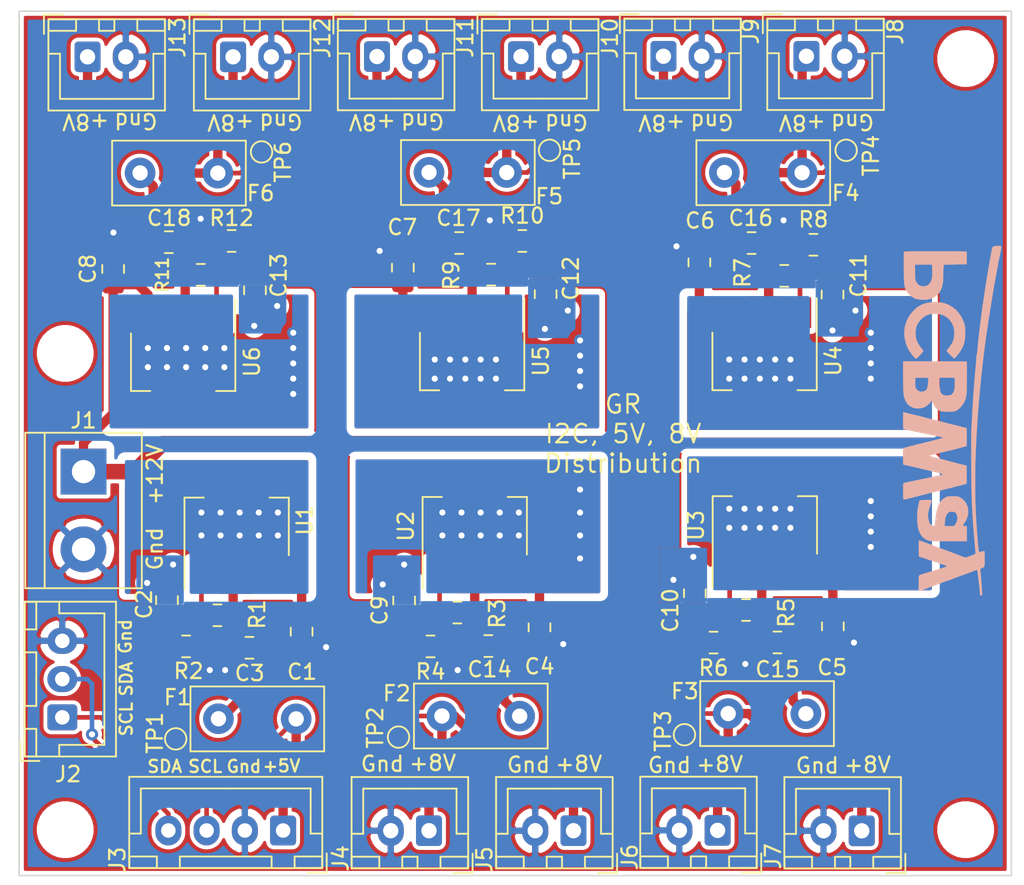
<source format=kicad_pcb>
(kicad_pcb (version 20171130) (host pcbnew "(5.1.2-1)-1")
  (layers (0 F.Cu signal) (31 B.Cu signal) (34 B.Paste user) (35 F.Paste user) (36 B.SilkS user) (37 F.SilkS user) (38 B.Mask user hide) (39 F.Mask user hide) (44 Edge.Cuts user))
  (net 0 "")
  (net 1 GNDREF)
  (net 2 /SCL)
  (net 3 /SDA)
  (net 4 /Vin)
  (net 5 "Net-(C2-Pad1)")
  (net 6 "Net-(C3-Pad1)")
  (net 7 "Net-(C9-Pad1)")
  (net 8 "Net-(C10-Pad1)")
  (net 9 "Net-(C11-Pad1)")
  (net 10 "Net-(C12-Pad1)")
  (net 11 "Net-(C13-Pad1)")
  (net 12 "Net-(C14-Pad1)")
  (net 13 "Net-(C15-Pad1)")
  (net 14 "Net-(C16-Pad1)")
  (net 15 "Net-(C17-Pad1)")
  (net 16 "Net-(C18-Pad1)")
  (net 17 "Net-(F1-Pad1)")
  (net 18 "Net-(F2-Pad1)")
  (net 19 "Net-(F3-Pad1)")
  (net 20 "Net-(F4-Pad1)")
  (net 21 "Net-(F5-Pad1)")
  (net 22 "Net-(F6-Pad1)")
  (module "_Custom_Footprints:pcb way logo" (layer B.Cu) (at 168.011 98.271 270)
    (fp_text reference G*** hide)
    (fp_text value LOGO hide)
  )
  (module Capacitor_SMD:C_0805_2012Metric_Pad1.15x1.40mm_HandSolder (layer F.Cu) (at 124.81052 112.0558 270)
    (fp_text reference C1 (at 2.6252 -0.0254 180) (layer F.SilkS))
    (fp_text value 10uF)
    (pad 2 smd roundrect (at 1.025 0 270) (size 1.15 1.4) (layers F.Cu F.Paste F.Mask) (roundrect_rratio 0.217391) (net 1 GNDREF))
    (pad 1 smd roundrect (at -1.025 0 270) (size 1.15 1.4) (layers F.Cu F.Paste F.Mask) (roundrect_rratio 0.217391) (net 4 /Vin))
  )
  (module Capacitor_SMD:C_0805_2012Metric_Pad1.15x1.40mm_HandSolder (layer F.Cu) (at 116.011 109.996 90)
    (fp_text reference C2 (at -0.275 -1.5 90) (layer F.SilkS))
    (fp_text value DNI)
    (pad 1 smd roundrect (at -1.025 0 90) (size 1.15 1.4) (layers F.Cu F.Paste F.Mask) (roundrect_rratio 0.217391) (net 5 "Net-(C2-Pad1)"))
    (pad 2 smd roundrect (at 1.025 0 90) (size 1.15 1.4) (layers F.Cu F.Paste F.Mask) (roundrect_rratio 0.217391) (net 1 GNDREF))
  )
  (module Capacitor_SMD:C_0805_2012Metric_Pad1.15x1.40mm_HandSolder (layer F.Cu) (at 121.403 113.11128 180)
    (fp_text reference C3 (at -0.01132 -1.65972) (layer F.SilkS))
    (fp_text value 10uF)
    (pad 2 smd roundrect (at 1.025 0 180) (size 1.15 1.4) (layers F.Cu F.Paste F.Mask) (roundrect_rratio 0.217391) (net 1 GNDREF))
    (pad 1 smd roundrect (at -1.025 0 180) (size 1.15 1.4) (layers F.Cu F.Paste F.Mask) (roundrect_rratio 0.217391) (net 6 "Net-(C3-Pad1)"))
  )
  (module Capacitor_SMD:C_0805_2012Metric_Pad1.15x1.40mm_HandSolder (layer F.Cu) (at 140.35786 111.77778 270)
    (fp_text reference C4 (at 2.55524 0 180) (layer F.SilkS))
    (fp_text value 10uF)
    (pad 1 smd roundrect (at -1.025 0 270) (size 1.15 1.4) (layers F.Cu F.Paste F.Mask) (roundrect_rratio 0.217391) (net 4 /Vin))
    (pad 2 smd roundrect (at 1.025 0 270) (size 1.15 1.4) (layers F.Cu F.Paste F.Mask) (roundrect_rratio 0.217391) (net 1 GNDREF))
  )
  (module Capacitor_SMD:C_0805_2012Metric_Pad1.15x1.40mm_HandSolder (layer F.Cu) (at 159.53232 111.7129 270)
    (fp_text reference C5 (at 2.68108 0.04572 180) (layer F.SilkS))
    (fp_text value 10uF)
    (pad 2 smd roundrect (at 1.025 0 270) (size 1.15 1.4) (layers F.Cu F.Paste F.Mask) (roundrect_rratio 0.217391) (net 1 GNDREF))
    (pad 1 smd roundrect (at -1.025 0 270) (size 1.15 1.4) (layers F.Cu F.Paste F.Mask) (roundrect_rratio 0.217391) (net 4 /Vin))
  )
  (module Capacitor_SMD:C_0805_2012Metric_Pad1.15x1.40mm_HandSolder (layer F.Cu) (at 150.80742 87.92326 90)
    (fp_text reference C6 (at 2.72912 0.04572 180) (layer F.SilkS))
    (fp_text value 10uF)
    (pad 2 smd roundrect (at 1.025 0 90) (size 1.15 1.4) (layers F.Cu F.Paste F.Mask) (roundrect_rratio 0.217391) (net 1 GNDREF))
    (pad 1 smd roundrect (at -1.025 0 90) (size 1.15 1.4) (layers F.Cu F.Paste F.Mask) (roundrect_rratio 0.217391) (net 4 /Vin))
  )
  (module Capacitor_SMD:C_0805_2012Metric_Pad1.15x1.40mm_HandSolder (layer F.Cu) (at 131.42722 88.26892 90)
    (fp_text reference C7 (at 2.64552 -0.03556 180) (layer F.SilkS))
    (fp_text value 10uF)
    (pad 1 smd roundrect (at -1.025 0 90) (size 1.15 1.4) (layers F.Cu F.Paste F.Mask) (roundrect_rratio 0.217391) (net 4 /Vin))
    (pad 2 smd roundrect (at 1.025 0 90) (size 1.15 1.4) (layers F.Cu F.Paste F.Mask) (roundrect_rratio 0.217391) (net 1 GNDREF))
  )
  (module Capacitor_SMD:C_0805_2012Metric_Pad1.15x1.40mm_HandSolder (layer F.Cu) (at 112.49152 88.35274 90)
    (fp_text reference C8 (at 0 -1.65 90) (layer F.SilkS))
    (fp_text value 10uF)
    (pad 1 smd roundrect (at -1.025 0 90) (size 1.15 1.4) (layers F.Cu F.Paste F.Mask) (roundrect_rratio 0.217391) (net 4 /Vin))
    (pad 2 smd roundrect (at 1.025 0 90) (size 1.15 1.4) (layers F.Cu F.Paste F.Mask) (roundrect_rratio 0.217391) (net 1 GNDREF))
  )
  (module Capacitor_SMD:C_0805_2012Metric_Pad1.15x1.40mm_HandSolder (layer F.Cu) (at 131.511 110.021 90)
    (fp_text reference C9 (at -0.65 -1.6 90) (layer F.SilkS))
    (fp_text value DNI)
    (pad 2 smd roundrect (at 1.025 0 90) (size 1.15 1.4) (layers F.Cu F.Paste F.Mask) (roundrect_rratio 0.217391) (net 1 GNDREF))
    (pad 1 smd roundrect (at -1.025 0 90) (size 1.15 1.4) (layers F.Cu F.Paste F.Mask) (roundrect_rratio 0.217391) (net 7 "Net-(C9-Pad1)"))
  )
  (module Capacitor_SMD:C_0805_2012Metric_Pad1.15x1.40mm_HandSolder (layer F.Cu) (at 150.511 109.546 90)
    (fp_text reference C10 (at -1.125 -1.6 90) (layer F.SilkS))
    (fp_text value DNI)
    (pad 1 smd roundrect (at -1.025 0 90) (size 1.15 1.4) (layers F.Cu F.Paste F.Mask) (roundrect_rratio 0.217391) (net 8 "Net-(C10-Pad1)"))
    (pad 2 smd roundrect (at 1.025 0 90) (size 1.15 1.4) (layers F.Cu F.Paste F.Mask) (roundrect_rratio 0.217391) (net 1 GNDREF))
  )
  (module Capacitor_SMD:C_0805_2012Metric_Pad1.15x1.40mm_HandSolder (layer F.Cu) (at 159.511 90.021 270)
    (fp_text reference C11 (at -1.25 -1.7 90) (layer F.SilkS))
    (fp_text value DNI)
    (pad 1 smd roundrect (at -1.025 0 270) (size 1.15 1.4) (layers F.Cu F.Paste F.Mask) (roundrect_rratio 0.217391) (net 9 "Net-(C11-Pad1)"))
    (pad 2 smd roundrect (at 1.025 0 270) (size 1.15 1.4) (layers F.Cu F.Paste F.Mask) (roundrect_rratio 0.217391) (net 1 GNDREF))
  )
  (module Capacitor_SMD:C_0805_2012Metric_Pad1.15x1.40mm_HandSolder (layer F.Cu) (at 140.761 89.996 270)
    (fp_text reference C12 (at -1.025 -1.65 90) (layer F.SilkS))
    (fp_text value DNI)
    (pad 2 smd roundrect (at 1.025 0 270) (size 1.15 1.4) (layers F.Cu F.Paste F.Mask) (roundrect_rratio 0.217391) (net 1 GNDREF))
    (pad 1 smd roundrect (at -1.025 0 270) (size 1.15 1.4) (layers F.Cu F.Paste F.Mask) (roundrect_rratio 0.217391) (net 10 "Net-(C12-Pad1)"))
  )
  (module Capacitor_SMD:C_0805_2012Metric_Pad1.15x1.40mm_HandSolder (layer F.Cu) (at 121.761 89.746 270)
    (fp_text reference C13 (at -0.975 -1.55 90) (layer F.SilkS))
    (fp_text value DNI)
    (pad 2 smd roundrect (at 1.025 0 270) (size 1.15 1.4) (layers F.Cu F.Paste F.Mask) (roundrect_rratio 0.217391) (net 1 GNDREF))
    (pad 1 smd roundrect (at -1.025 0 270) (size 1.15 1.4) (layers F.Cu F.Paste F.Mask) (roundrect_rratio 0.217391) (net 11 "Net-(C13-Pad1)"))
  )
  (module Capacitor_SMD:C_0805_2012Metric_Pad1.15x1.40mm_HandSolder (layer F.Cu) (at 137.01522 112.99698 180)
    (fp_text reference C14 (at -0.08636 -1.52402) (layer F.SilkS))
    (fp_text value 10uF)
    (pad 1 smd roundrect (at -1.025 0 180) (size 1.15 1.4) (layers F.Cu F.Paste F.Mask) (roundrect_rratio 0.217391) (net 12 "Net-(C14-Pad1)"))
    (pad 2 smd roundrect (at 1.025 0 180) (size 1.15 1.4) (layers F.Cu F.Paste F.Mask) (roundrect_rratio 0.217391) (net 1 GNDREF))
  )
  (module Capacitor_SMD:C_0805_2012Metric_Pad1.15x1.40mm_HandSolder (layer F.Cu) (at 155.91144 112.7633 180)
    (fp_text reference C15 (at -0.00624 -1.7577) (layer F.SilkS))
    (fp_text value 10uF)
    (pad 2 smd roundrect (at 1.025 0 180) (size 1.15 1.4) (layers F.Cu F.Paste F.Mask) (roundrect_rratio 0.217391) (net 1 GNDREF))
    (pad 1 smd roundrect (at -1.025 0 180) (size 1.15 1.4) (layers F.Cu F.Paste F.Mask) (roundrect_rratio 0.217391) (net 13 "Net-(C15-Pad1)"))
  )
  (module Capacitor_SMD:C_0805_2012Metric_Pad1.15x1.40mm_HandSolder (layer F.Cu) (at 154.22002 86.65718)
    (fp_text reference C16 (at -0.0508 -1.63618) (layer F.SilkS))
    (fp_text value 10uF)
    (pad 2 smd roundrect (at 1.025 0) (size 1.15 1.4) (layers F.Cu F.Paste F.Mask) (roundrect_rratio 0.217391) (net 1 GNDREF))
    (pad 1 smd roundrect (at -1.025 0) (size 1.15 1.4) (layers F.Cu F.Paste F.Mask) (roundrect_rratio 0.217391) (net 14 "Net-(C16-Pad1)"))
  )
  (module Capacitor_SMD:C_0805_2012Metric_Pad1.15x1.40mm_HandSolder (layer F.Cu) (at 135.10906 86.65464)
    (fp_text reference C17 (at -0.04688 -1.63364) (layer F.SilkS))
    (fp_text value 10uF)
    (pad 1 smd roundrect (at -1.025 0) (size 1.15 1.4) (layers F.Cu F.Paste F.Mask) (roundrect_rratio 0.217391) (net 15 "Net-(C17-Pad1)"))
    (pad 2 smd roundrect (at 1.025 0) (size 1.15 1.4) (layers F.Cu F.Paste F.Mask) (roundrect_rratio 0.217391) (net 1 GNDREF))
  )
  (module Capacitor_SMD:C_0805_2012Metric_Pad1.15x1.40mm_HandSolder (layer F.Cu) (at 116.13272 86.6013)
    (fp_text reference C18 (at 0.01916 -1.5803) (layer F.SilkS))
    (fp_text value 10uF)
    (pad 1 smd roundrect (at -1.025 0) (size 1.15 1.4) (layers F.Cu F.Paste F.Mask) (roundrect_rratio 0.217391) (net 16 "Net-(C18-Pad1)"))
    (pad 2 smd roundrect (at 1.025 0) (size 1.15 1.4) (layers F.Cu F.Paste F.Mask) (roundrect_rratio 0.217391) (net 1 GNDREF))
  )
  (module Fuse:Fuse_Littelfuse_395Series (layer F.Cu) (at 124.45492 117.75948 180)
    (fp_text reference F1 (at 7.74192 1.40716) (layer F.SilkS))
    (fp_text value JK60-090)
    (pad 1 thru_hole circle (at 0 0 180) (size 2 2) (drill 1) (layers *.Cu *.Mask) (net 17 "Net-(F1-Pad1)"))
    (pad 2 thru_hole circle (at 5.08 0.01 180) (size 2 2) (drill 1) (layers *.Cu *.Mask) (net 6 "Net-(C3-Pad1)"))
  )
  (module Fuse:Fuse_Littelfuse_395Series (layer F.Cu) (at 133.98246 117.57152)
    (fp_text reference F2 (at -2.95656 -1.47828) (layer F.SilkS))
    (fp_text value JK60-090)
    (pad 2 thru_hole circle (at 5.08 0.01) (size 2 2) (drill 1) (layers *.Cu *.Mask) (net 12 "Net-(C14-Pad1)"))
    (pad 1 thru_hole circle (at 0 0) (size 2 2) (drill 1) (layers *.Cu *.Mask) (net 18 "Net-(F2-Pad1)"))
  )
  (module Fuse:Fuse_Littelfuse_395Series (layer F.Cu) (at 152.6921 117.4115)
    (fp_text reference F3 (at -2.83464 -1.45288) (layer F.SilkS))
    (fp_text value JK60-090)
    (pad 2 thru_hole circle (at 5.08 0.01) (size 2 2) (drill 1) (layers *.Cu *.Mask) (net 13 "Net-(C15-Pad1)"))
    (pad 1 thru_hole circle (at 0 0) (size 2 2) (drill 1) (layers *.Cu *.Mask) (net 19 "Net-(F3-Pad1)"))
  )
  (module Fuse:Fuse_Littelfuse_395Series (layer F.Cu) (at 157.52318 82.05978 180)
    (fp_text reference F4 (at -2.84988 -1.3335) (layer F.SilkS))
    (fp_text value JK60-090)
    (pad 2 thru_hole circle (at 5.08 0.01 180) (size 2 2) (drill 1) (layers *.Cu *.Mask) (net 14 "Net-(C16-Pad1)"))
    (pad 1 thru_hole circle (at 0 0 180) (size 2 2) (drill 1) (layers *.Cu *.Mask) (net 20 "Net-(F4-Pad1)"))
  )
  (module Fuse:Fuse_Littelfuse_395Series (layer F.Cu) (at 138.21664 82.04708 180)
    (fp_text reference F5 (at -2.77876 -1.5621) (layer F.SilkS))
    (fp_text value JK60-090)
    (pad 1 thru_hole circle (at 0 0 180) (size 2 2) (drill 1) (layers *.Cu *.Mask) (net 21 "Net-(F5-Pad1)"))
    (pad 2 thru_hole circle (at 5.08 0.01 180) (size 2 2) (drill 1) (layers *.Cu *.Mask) (net 15 "Net-(C17-Pad1)"))
  )
  (module Fuse:Fuse_Littelfuse_395Series (layer F.Cu) (at 119.33428 82.08518 180)
    (fp_text reference F6 (at -2.79654 -1.31572) (layer F.SilkS))
    (fp_text value JK60-090)
    (pad 1 thru_hole circle (at 0 0 180) (size 2 2) (drill 1) (layers *.Cu *.Mask) (net 22 "Net-(F6-Pad1)"))
    (pad 2 thru_hole circle (at 5.08 0.01 180) (size 2 2) (drill 1) (layers *.Cu *.Mask) (net 16 "Net-(C18-Pad1)"))
  )
  (module TerminalBlock:TerminalBlock_bornier-2_P5.08mm (layer F.Cu) (at 110.55604 101.59746 270)
    (fp_text reference J1 (at -3.34264 0 180) (layer F.SilkS))
    (fp_text value Screw_Terminal_01x02)
    (pad 1 thru_hole rect (at 0 0 270) (size 3 3) (drill 1.52) (layers *.Cu *.Mask) (net 4 /Vin))
    (pad 2 thru_hole circle (at 5.08 0 270) (size 3 3) (drill 1.52) (layers *.Cu *.Mask) (net 1 GNDREF))
  )
  (module Connector_JST:JST_XH_B3B-XH-A_1x03_P2.50mm_Vertical (layer F.Cu) (at 109.1692 117.65852 90)
    (fp_text reference J2 (at -3.71792 0.37846 180) (layer F.SilkS))
    (fp_text value Conn_01x03)
    (pad 1 thru_hole roundrect (at 0 0 90) (size 1.7 1.95) (drill 0.95) (layers *.Cu *.Mask) (roundrect_rratio 0.147059) (net 2 /SCL))
    (pad 2 thru_hole oval (at 2.5 0 90) (size 1.7 1.95) (drill 0.95) (layers *.Cu *.Mask) (net 3 /SDA))
    (pad 3 thru_hole oval (at 5 0 90) (size 1.7 1.95) (drill 0.95) (layers *.Cu *.Mask) (net 1 GNDREF))
  )
  (module Connector_JST:JST_XH_B4B-XH-A_1x04_P2.50mm_Vertical (layer F.Cu) (at 123.60148 125.05436 180)
    (fp_text reference J3 (at 10.82548 -1.92532 90) (layer F.SilkS))
    (fp_text value Conn_01x04)
    (pad 1 thru_hole roundrect (at 0 0 180) (size 1.7 1.95) (drill 0.95) (layers *.Cu *.Mask) (roundrect_rratio 0.147059) (net 17 "Net-(F1-Pad1)"))
    (pad 2 thru_hole oval (at 2.5 0 180) (size 1.7 1.95) (drill 0.95) (layers *.Cu *.Mask) (net 1 GNDREF))
    (pad 3 thru_hole oval (at 5 0 180) (size 1.7 1.95) (drill 0.95) (layers *.Cu *.Mask) (net 2 /SCL))
    (pad 4 thru_hole oval (at 7.5 0 180) (size 1.7 1.95) (drill 0.95) (layers *.Cu *.Mask) (net 3 /SDA))
  )
  (module Connector_JST:JST_XH_B2B-XH-A_1x02_P2.50mm_Vertical (layer F.Cu) (at 133.13664 125.06706 180)
    (fp_text reference J4 (at 5.76834 -1.79832 90) (layer F.SilkS))
    (fp_text value Conn_01x02)
    (pad 2 thru_hole oval (at 2.5 0 180) (size 1.7 2) (drill 1) (layers *.Cu *.Mask) (net 1 GNDREF))
    (pad 1 thru_hole roundrect (at 0 0 180) (size 1.7 2) (drill 1) (layers *.Cu *.Mask) (roundrect_rratio 0.147059) (net 18 "Net-(F2-Pad1)"))
  )
  (module Connector_JST:JST_XH_B2B-XH-A_1x02_P2.50mm_Vertical (layer F.Cu) (at 142.58036 125.06706 180)
    (fp_text reference J5 (at 5.81406 -1.88214 270) (layer F.SilkS))
    (fp_text value Conn_01x02)
    (pad 1 thru_hole roundrect (at 0 0 180) (size 1.7 2) (drill 1) (layers *.Cu *.Mask) (roundrect_rratio 0.147059) (net 18 "Net-(F2-Pad1)"))
    (pad 2 thru_hole oval (at 2.5 0 180) (size 1.7 2) (drill 1) (layers *.Cu *.Mask) (net 1 GNDREF))
  )
  (module Connector_JST:JST_XH_B2B-XH-A_1x02_P2.50mm_Vertical (layer F.Cu) (at 152.00122 125.04674 180)
    (fp_text reference J6 (at 5.74104 -1.74752 90) (layer F.SilkS))
    (fp_text value Conn_01x02)
    (pad 2 thru_hole oval (at 2.5 0 180) (size 1.7 2) (drill 1) (layers *.Cu *.Mask) (net 1 GNDREF))
    (pad 1 thru_hole roundrect (at 0 0 180) (size 1.7 2) (drill 1) (layers *.Cu *.Mask) (roundrect_rratio 0.147059) (net 19 "Net-(F3-Pad1)"))
  )
  (module Connector_JST:JST_XH_B2B-XH-A_1x02_P2.50mm_Vertical (layer F.Cu) (at 161.42208 125.07468 180)
    (fp_text reference J7 (at 5.7912 -1.66624 90) (layer F.SilkS))
    (fp_text value Conn_01x02)
    (pad 1 thru_hole roundrect (at 0 0 180) (size 1.7 2) (drill 1) (layers *.Cu *.Mask) (roundrect_rratio 0.147059) (net 19 "Net-(F3-Pad1)"))
    (pad 2 thru_hole oval (at 2.5 0 180) (size 1.7 2) (drill 1) (layers *.Cu *.Mask) (net 1 GNDREF))
  )
  (module Connector_JST:JST_XH_B2B-XH-A_1x02_P2.50mm_Vertical (layer F.Cu) (at 157.80512 74.44994)
    (fp_text reference J8 (at 5.80898 -1.61544 90) (layer F.SilkS))
    (fp_text value Conn_01x02)
    (pad 1 thru_hole roundrect (at 0 0) (size 1.7 2) (drill 1) (layers *.Cu *.Mask) (roundrect_rratio 0.147059) (net 20 "Net-(F4-Pad1)"))
    (pad 2 thru_hole oval (at 2.5 0) (size 1.7 2) (drill 1) (layers *.Cu *.Mask) (net 1 GNDREF))
  )
  (module Connector_JST:JST_XH_B2B-XH-A_1x02_P2.50mm_Vertical (layer F.Cu) (at 148.46046 74.44994)
    (fp_text reference J9 (at 5.715 -1.63322 90) (layer F.SilkS))
    (fp_text value Conn_01x02)
    (pad 2 thru_hole oval (at 2.5 0) (size 1.7 2) (drill 1) (layers *.Cu *.Mask) (net 1 GNDREF))
    (pad 1 thru_hole roundrect (at 0 0) (size 1.7 2) (drill 1) (layers *.Cu *.Mask) (roundrect_rratio 0.147059) (net 20 "Net-(F4-Pad1)"))
  )
  (module Connector_JST:JST_XH_B2B-XH-A_1x02_P2.50mm_Vertical (layer F.Cu) (at 139.15136 74.46772)
    (fp_text reference J10 (at 5.81152 -1.19888 90) (layer F.SilkS))
    (fp_text value Conn_01x02)
    (pad 1 thru_hole roundrect (at 0 0) (size 1.7 2) (drill 1) (layers *.Cu *.Mask) (roundrect_rratio 0.147059) (net 21 "Net-(F5-Pad1)"))
    (pad 2 thru_hole oval (at 2.5 0) (size 1.7 2) (drill 1) (layers *.Cu *.Mask) (net 1 GNDREF))
  )
  (module Connector_JST:JST_XH_B2B-XH-A_1x02_P2.50mm_Vertical (layer F.Cu) (at 129.73812 74.46772)
    (fp_text reference J11 (at 5.77342 -1.25222 90) (layer F.SilkS))
    (fp_text value Conn_01x02)
    (pad 2 thru_hole oval (at 2.5 0) (size 1.7 2) (drill 1) (layers *.Cu *.Mask) (net 1 GNDREF))
    (pad 1 thru_hole roundrect (at 0 0) (size 1.7 2) (drill 1) (layers *.Cu *.Mask) (roundrect_rratio 0.147059) (net 21 "Net-(F5-Pad1)"))
  )
  (module Connector_JST:JST_XH_B2B-XH-A_1x02_P2.50mm_Vertical (layer F.Cu) (at 120.32996 74.4855)
    (fp_text reference J12 (at 5.83946 -1.23444 90) (layer F.SilkS))
    (fp_text value Conn_01x02)
    (pad 1 thru_hole roundrect (at 0 0) (size 1.7 2) (drill 1) (layers *.Cu *.Mask) (roundrect_rratio 0.147059) (net 22 "Net-(F6-Pad1)"))
    (pad 2 thru_hole oval (at 2.5 0) (size 1.7 2) (drill 1) (layers *.Cu *.Mask) (net 1 GNDREF))
  )
  (module Connector_JST:JST_XH_B2B-XH-A_1x02_P2.50mm_Vertical (layer F.Cu) (at 110.81956 74.4855)
    (fp_text reference J13 (at 5.87566 -1.27254 90) (layer F.SilkS))
    (fp_text value Conn_01x02)
    (pad 2 thru_hole oval (at 2.5 0) (size 1.7 2) (drill 1) (layers *.Cu *.Mask) (net 1 GNDREF))
    (pad 1 thru_hole roundrect (at 0 0) (size 1.7 2) (drill 1) (layers *.Cu *.Mask) (roundrect_rratio 0.147059) (net 22 "Net-(F6-Pad1)"))
  )
  (module MountingHole:MountingHole_3.2mm_M3 (layer F.Cu) (at 109.40288 93.87078)
    (fp_text reference MH1 hide)
    (fp_text value MountingHole)
    (pad "" np_thru_hole circle (at -0.04288 0) (size 3.2 3.2) (drill 3.2) (layers *.Cu *.Mask))
  )
  (module MountingHole:MountingHole_3.2mm_M3 (layer F.Cu) (at 168.17848 75.09256)
    (fp_text reference MH2 hide)
    (fp_text value MountingHole)
    (pad "" np_thru_hole circle (at 0.03556 -0.49256) (size 3.2 3.2) (drill 3.2) (layers *.Cu *.Mask))
  )
  (module MountingHole:MountingHole_3.2mm_M3 (layer F.Cu) (at 109.3724 125.03404)
    (fp_text reference MH3 hide)
    (fp_text value MountingHole)
    (pad "" np_thru_hole circle (at -0.0124 -0.03404) (size 3.2 3.2) (drill 3.2) (layers *.Cu *.Mask))
  )
  (module MountingHole:MountingHole_3.2mm_M3 (layer F.Cu) (at 168.21404 125.10262)
    (fp_text reference MH4 hide)
    (fp_text value MountingHole)
    (pad "" np_thru_hole circle (at 0 -0.10262) (size 3.2 3.2) (drill 3.2) (layers *.Cu *.Mask))
  )
  (module Resistor_SMD:R_0805_2012Metric_Pad1.15x1.40mm_HandSolder (layer F.Cu) (at 119.31004 110.98784)
    (fp_text reference R1 (at 2.5998 -0.06096 90) (layer F.SilkS))
    (fp_text value 300r)
    (pad 2 smd roundrect (at 1.025 0) (size 1.15 1.4) (layers F.Cu F.Paste F.Mask) (roundrect_rratio 0.217391) (net 6 "Net-(C3-Pad1)"))
    (pad 1 smd roundrect (at -1.025 0) (size 1.15 1.4) (layers F.Cu F.Paste F.Mask) (roundrect_rratio 0.217391) (net 5 "Net-(C2-Pad1)"))
  )
  (module Resistor_SMD:R_0805_2012Metric_Pad1.15x1.40mm_HandSolder (layer F.Cu) (at 117.261 113.021 180)
    (fp_text reference R2 (at -0.1614 -1.61036) (layer F.SilkS))
    (fp_text value 910r)
    (pad 1 smd roundrect (at -1.025 0 180) (size 1.15 1.4) (layers F.Cu F.Paste F.Mask) (roundrect_rratio 0.217391) (net 1 GNDREF))
    (pad 2 smd roundrect (at 1.025 0 180) (size 1.15 1.4) (layers F.Cu F.Paste F.Mask) (roundrect_rratio 0.217391) (net 5 "Net-(C2-Pad1)"))
  )
  (module Resistor_SMD:R_0805_2012Metric_Pad1.15x1.40mm_HandSolder (layer F.Cu) (at 134.98946 110.8075)
    (fp_text reference R3 (at 2.60996 0.07112 90) (layer F.SilkS))
    (fp_text value 240r)
    (pad 2 smd roundrect (at 1.025 0) (size 1.15 1.4) (layers F.Cu F.Paste F.Mask) (roundrect_rratio 0.217391) (net 12 "Net-(C14-Pad1)"))
    (pad 1 smd roundrect (at -1.025 0) (size 1.15 1.4) (layers F.Cu F.Paste F.Mask) (roundrect_rratio 0.217391) (net 7 "Net-(C9-Pad1)"))
  )
  (module Resistor_SMD:R_0805_2012Metric_Pad1.15x1.40mm_HandSolder (layer F.Cu) (at 133.236 113.021 180)
    (fp_text reference R4 (at 0 -1.65) (layer F.SilkS))
    (fp_text value 1K3)
    (pad 1 smd roundrect (at -1.025 0 180) (size 1.15 1.4) (layers F.Cu F.Paste F.Mask) (roundrect_rratio 0.217391) (net 1 GNDREF))
    (pad 2 smd roundrect (at 1.025 0 180) (size 1.15 1.4) (layers F.Cu F.Paste F.Mask) (roundrect_rratio 0.217391) (net 7 "Net-(C9-Pad1)"))
  )
  (module Resistor_SMD:R_0805_2012Metric_Pad1.15x1.40mm_HandSolder (layer F.Cu) (at 153.85912 110.63986)
    (fp_text reference R5 (at 2.63536 0.1778 90) (layer F.SilkS))
    (fp_text value 240r)
    (pad 2 smd roundrect (at 1.025 0) (size 1.15 1.4) (layers F.Cu F.Paste F.Mask) (roundrect_rratio 0.217391) (net 13 "Net-(C15-Pad1)"))
    (pad 1 smd roundrect (at -1.025 0) (size 1.15 1.4) (layers F.Cu F.Paste F.Mask) (roundrect_rratio 0.217391) (net 8 "Net-(C10-Pad1)"))
  )
  (module Resistor_SMD:R_0805_2012Metric_Pad1.15x1.40mm_HandSolder (layer F.Cu) (at 151.736 112.771 180)
    (fp_text reference R6 (at 0 -1.65) (layer F.SilkS))
    (fp_text value 1K3)
    (pad 1 smd roundrect (at -1.025 0 180) (size 1.15 1.4) (layers F.Cu F.Paste F.Mask) (roundrect_rratio 0.217391) (net 1 GNDREF))
    (pad 2 smd roundrect (at 1.025 0 180) (size 1.15 1.4) (layers F.Cu F.Paste F.Mask) (roundrect_rratio 0.217391) (net 8 "Net-(C10-Pad1)"))
  )
  (module Resistor_SMD:R_0805_2012Metric_Pad1.15x1.40mm_HandSolder (layer F.Cu) (at 156.35986 88.80094 180)
    (fp_text reference R7 (at 2.72796 0.19304 90) (layer F.SilkS))
    (fp_text value 240r)
    (pad 2 smd roundrect (at 1.025 0 180) (size 1.15 1.4) (layers F.Cu F.Paste F.Mask) (roundrect_rratio 0.217391) (net 14 "Net-(C16-Pad1)"))
    (pad 1 smd roundrect (at -1.025 0 180) (size 1.15 1.4) (layers F.Cu F.Paste F.Mask) (roundrect_rratio 0.217391) (net 9 "Net-(C11-Pad1)"))
  )
  (module Resistor_SMD:R_0805_2012Metric_Pad1.15x1.40mm_HandSolder (layer F.Cu) (at 158.261 86.771)
    (fp_text reference R8 (at 0 -1.65) (layer F.SilkS))
    (fp_text value 1K3)
    (pad 1 smd roundrect (at -1.025 0) (size 1.15 1.4) (layers F.Cu F.Paste F.Mask) (roundrect_rratio 0.217391) (net 1 GNDREF))
    (pad 2 smd roundrect (at 1.025 0) (size 1.15 1.4) (layers F.Cu F.Paste F.Mask) (roundrect_rratio 0.217391) (net 9 "Net-(C11-Pad1)"))
  )
  (module Resistor_SMD:R_0805_2012Metric_Pad1.15x1.40mm_HandSolder (layer F.Cu) (at 137.19694 88.7222 180)
    (fp_text reference R9 (at 2.59472 -0.0508 90) (layer F.SilkS))
    (fp_text value 240r)
    (pad 2 smd roundrect (at 1.025 0 180) (size 1.15 1.4) (layers F.Cu F.Paste F.Mask) (roundrect_rratio 0.217391) (net 15 "Net-(C17-Pad1)"))
    (pad 1 smd roundrect (at -1.025 0 180) (size 1.15 1.4) (layers F.Cu F.Paste F.Mask) (roundrect_rratio 0.217391) (net 10 "Net-(C12-Pad1)"))
  )
  (module Resistor_SMD:R_0805_2012Metric_Pad1.15x1.40mm_HandSolder (layer F.Cu) (at 139.236 86.521)
    (fp_text reference R10 (at 0 -1.65) (layer F.SilkS))
    (fp_text value 1K3)
    (pad 1 smd roundrect (at -1.025 0) (size 1.15 1.4) (layers F.Cu F.Paste F.Mask) (roundrect_rratio 0.217391) (net 1 GNDREF))
    (pad 2 smd roundrect (at 1.025 0) (size 1.15 1.4) (layers F.Cu F.Paste F.Mask) (roundrect_rratio 0.217391) (net 10 "Net-(C12-Pad1)"))
  )
  (module Resistor_SMD:R_0805_2012Metric_Pad1.15x1.40mm_HandSolder (layer F.Cu) (at 118.22568 88.7349 180)
    (fp_text reference R11 (at 2.51344 0 90) (layer F.SilkS) (effects (font (size 0.8 0.8))))
    (fp_text value 240r)
    (pad 2 smd roundrect (at 1.025 0 180) (size 1.15 1.4) (layers F.Cu F.Paste F.Mask) (roundrect_rratio 0.217391) (net 16 "Net-(C18-Pad1)"))
    (pad 1 smd roundrect (at -1.025 0 180) (size 1.15 1.4) (layers F.Cu F.Paste F.Mask) (roundrect_rratio 0.217391) (net 11 "Net-(C13-Pad1)"))
  )
  (module Resistor_SMD:R_0805_2012Metric_Pad1.15x1.40mm_HandSolder (layer F.Cu) (at 120.236 86.521)
    (fp_text reference R12 (at 0 -1.5) (layer F.SilkS))
    (fp_text value 1K3)
    (pad 1 smd roundrect (at -1.025 0) (size 1.15 1.4) (layers F.Cu F.Paste F.Mask) (roundrect_rratio 0.217391) (net 1 GNDREF))
    (pad 2 smd roundrect (at 1.025 0) (size 1.15 1.4) (layers F.Cu F.Paste F.Mask) (roundrect_rratio 0.217391) (net 11 "Net-(C13-Pad1)"))
  )
  (module TestPoint:TestPoint_Pad_D1.0mm (layer F.Cu) (at 116.58092 119.06504)
    (fp_text reference TP1 (at -1.35636 -0.39116 90) (layer F.SilkS))
    (fp_text value TestPoint)
    (pad 1 smd circle (at 0 0) (size 1 1) (layers F.Cu F.Mask) (net 17 "Net-(F1-Pad1)"))
  )
  (module TestPoint:TestPoint_Pad_D1.0mm (layer F.Cu) (at 131.14528 118.9482)
    (fp_text reference TP2 (at -1.518681 -0.615021 90) (layer F.SilkS))
    (fp_text value TestPoint)
    (pad 1 smd circle (at 0 0) (size 1 1) (layers F.Cu F.Mask) (net 18 "Net-(F2-Pad1)"))
  )
  (module TestPoint:TestPoint_Pad_D1.0mm (layer F.Cu) (at 149.8346 118.79326)
    (fp_text reference TP3 (at -1.39954 -0.2413 90) (layer F.SilkS))
    (fp_text value TestPoint)
    (pad 1 smd circle (at 0 0) (size 1 1) (layers F.Cu F.Mask) (net 19 "Net-(F3-Pad1)"))
  )
  (module TestPoint:TestPoint_Pad_D1.0mm (layer F.Cu) (at 160.401 80.5942)
    (fp_text reference TP4 (at 1.6256 0.3429 90) (layer F.SilkS))
    (fp_text value TestPoint)
    (pad 1 smd circle (at 0 0) (size 1 1) (layers F.Cu F.Mask) (net 20 "Net-(F4-Pad1)"))
  )
  (module TestPoint:TestPoint_Pad_D1.0mm (layer F.Cu) (at 141.01572 80.5942)
    (fp_text reference TP5 (at 1.47828 0.54356 90) (layer F.SilkS))
    (fp_text value TestPoint)
    (pad 1 smd circle (at 0 0) (size 1 1) (layers F.Cu F.Mask) (net 21 "Net-(F5-Pad1)"))
  )
  (module TestPoint:TestPoint_Pad_D1.0mm (layer F.Cu) (at 122.19178 80.70088)
    (fp_text reference TP6 (at 1.40208 0.6477 90) (layer F.SilkS))
    (fp_text value TestPoint)
    (pad 1 smd circle (at 0 0) (size 1 1) (layers F.Cu F.Mask) (net 22 "Net-(F6-Pad1)"))
  )
  (module Package_TO_SOT_SMD:SOT-223-3_TabPin2 (layer F.Cu) (at 120.56364 105.2068 90)
    (fp_text reference U1 (at 0.4358 4.44736 90) (layer F.SilkS))
    (fp_text value AMS1117)
    (pad 1 smd rect (at -3.15 -2.3 90) (size 2 1.5) (layers F.Cu F.Paste F.Mask) (net 5 "Net-(C2-Pad1)"))
    (pad 3 smd rect (at -3.15 2.3 90) (size 2 1.5) (layers F.Cu F.Paste F.Mask) (net 4 /Vin))
    (pad 2 smd rect (at -3.15 0 90) (size 2 1.5) (layers F.Cu F.Paste F.Mask) (net 6 "Net-(C3-Pad1)"))
    (pad 2 smd rect (at 3.15 0 90) (size 2 3.8) (layers F.Cu F.Paste F.Mask) (net 6 "Net-(C3-Pad1)"))
  )
  (module Package_TO_SOT_SMD:SOT-223-3_TabPin2 (layer F.Cu) (at 136.12622 105.16362 90)
    (fp_text reference U2 (at 0 -4.5 90) (layer F.SilkS))
    (fp_text value AMS1117)
    (pad 2 smd rect (at 3.15 0 90) (size 2 3.8) (layers F.Cu F.Paste F.Mask) (net 12 "Net-(C14-Pad1)"))
    (pad 2 smd rect (at -3.15 0 90) (size 2 1.5) (layers F.Cu F.Paste F.Mask) (net 12 "Net-(C14-Pad1)"))
    (pad 3 smd rect (at -3.15 2.3 90) (size 2 1.5) (layers F.Cu F.Paste F.Mask) (net 4 /Vin))
    (pad 1 smd rect (at -3.15 -2.3 90) (size 2 1.5) (layers F.Cu F.Paste F.Mask) (net 7 "Net-(C9-Pad1)"))
  )
  (module Package_TO_SOT_SMD:SOT-223-3_TabPin2 (layer F.Cu) (at 155.08732 105.11282 90)
    (fp_text reference U3 (at 0 -4.5 90) (layer F.SilkS))
    (fp_text value AMS1117)
    (pad 1 smd rect (at -3.15 -2.3 90) (size 2 1.5) (layers F.Cu F.Paste F.Mask) (net 8 "Net-(C10-Pad1)"))
    (pad 3 smd rect (at -3.15 2.3 90) (size 2 1.5) (layers F.Cu F.Paste F.Mask) (net 4 /Vin))
    (pad 2 smd rect (at -3.15 0 90) (size 2 1.5) (layers F.Cu F.Paste F.Mask) (net 13 "Net-(C15-Pad1)"))
    (pad 2 smd rect (at 3.15 0 90) (size 2 3.8) (layers F.Cu F.Paste F.Mask) (net 13 "Net-(C15-Pad1)"))
  )
  (module Package_TO_SOT_SMD:SOT-223-3_TabPin2 (layer F.Cu) (at 155.06954 94.36354 270)
    (fp_text reference U4 (at 0 -4.5 90) (layer F.SilkS))
    (fp_text value AMS1117)
    (pad 2 smd rect (at 3.15 0 270) (size 2 3.8) (layers F.Cu F.Paste F.Mask) (net 14 "Net-(C16-Pad1)"))
    (pad 2 smd rect (at -3.15 0 270) (size 2 1.5) (layers F.Cu F.Paste F.Mask) (net 14 "Net-(C16-Pad1)"))
    (pad 3 smd rect (at -3.15 2.3 270) (size 2 1.5) (layers F.Cu F.Paste F.Mask) (net 4 /Vin))
    (pad 1 smd rect (at -3.15 -2.3 270) (size 2 1.5) (layers F.Cu F.Paste F.Mask) (net 9 "Net-(C11-Pad1)"))
  )
  (module Package_TO_SOT_SMD:SOT-223-3_TabPin2 (layer F.Cu) (at 135.9535 94.37116 270)
    (fp_text reference U5 (at 0 -4.5 90) (layer F.SilkS))
    (fp_text value AMS1117)
    (pad 1 smd rect (at -3.15 -2.3 270) (size 2 1.5) (layers F.Cu F.Paste F.Mask) (net 10 "Net-(C12-Pad1)"))
    (pad 3 smd rect (at -3.15 2.3 270) (size 2 1.5) (layers F.Cu F.Paste F.Mask) (net 4 /Vin))
    (pad 2 smd rect (at -3.15 0 270) (size 2 1.5) (layers F.Cu F.Paste F.Mask) (net 15 "Net-(C17-Pad1)"))
    (pad 2 smd rect (at 3.15 0 270) (size 2 3.8) (layers F.Cu F.Paste F.Mask) (net 15 "Net-(C17-Pad1)"))
  )
  (module Package_TO_SOT_SMD:SOT-223-3_TabPin2 (layer F.Cu) (at 117.0686 94.41902 270)
    (fp_text reference U6 (at 0 -4.5 90) (layer F.SilkS))
    (fp_text value AMS1117)
    (pad 2 smd rect (at 3.15 0 270) (size 2 3.8) (layers F.Cu F.Paste F.Mask) (net 16 "Net-(C18-Pad1)"))
    (pad 2 smd rect (at -3.15 0 270) (size 2 1.5) (layers F.Cu F.Paste F.Mask) (net 16 "Net-(C18-Pad1)"))
    (pad 3 smd rect (at -3.15 2.3 270) (size 2 1.5) (layers F.Cu F.Paste F.Mask) (net 4 /Vin))
    (pad 1 smd rect (at -3.15 -2.3 270) (size 2 1.5) (layers F.Cu F.Paste F.Mask) (net 11 "Net-(C13-Pad1)"))
  )
  (gr_text +12V (at 115.21948 101.771 90) (layer F.SilkS) (effects (font (size 1 1))))
  (gr_text Gnd (at 115.21948 106.64444 90) (layer F.SilkS) (effects (font (size 1 1))))
  (gr_text Gnd (at 123.46432 78.71714 180) (layer F.SilkS) (effects (font (size 1 1))))
  (gr_text "+8V\n" (at 120.17756 78.77048 180) (layer F.SilkS) (effects (font (size 1 1))))
  (gr_text Gnd (at 142.12062 78.75016 180) (layer F.SilkS) (effects (font (size 1 1))))
  (gr_text "+8V\n" (at 138.83386 78.8035 180) (layer F.SilkS) (effects (font (size 1 1))))
  (gr_text Gnd (at 132.71754 78.69682 180) (layer F.SilkS) (effects (font (size 1 1))))
  (gr_text "+8V\n" (at 129.43078 78.75016 180) (layer F.SilkS) (effects (font (size 1 1))))
  (gr_text Gnd (at 151.63546 78.74 180) (layer F.SilkS) (effects (font (size 1 1))))
  (gr_text "+8V\n" (at 148.3487 78.79334 180) (layer F.SilkS) (effects (font (size 1 1))))
  (gr_text Gnd (at 160.81756 78.74 180) (layer F.SilkS) (effects (font (size 1 1))))
  (gr_text "+8V\n" (at 157.5308 78.79334 180) (layer F.SilkS) (effects (font (size 1 1))))
  (gr_text Gnd (at 130.0861 120.69826) (layer F.SilkS) (effects (font (size 1 1))))
  (gr_text "+8V\n" (at 133.37286 120.64492) (layer F.SilkS) (effects (font (size 1 1))))
  (gr_text Gnd (at 139.63904 120.75922) (layer F.SilkS) (effects (font (size 1 1))))
  (gr_text "+8V\n" (at 142.9258 120.70588) (layer F.SilkS) (effects (font (size 1 1))))
  (gr_text Gnd (at 148.84908 120.78208) (layer F.SilkS) (effects (font (size 1 1))))
  (gr_text "+8V\n" (at 152.13584 120.72874) (layer F.SilkS) (effects (font (size 1 1))))
  (gr_text "+8V\n" (at 110.69574 78.73492 180) (layer F.SilkS) (effects (font (size 1 1))))
  (gr_text Gnd (at 113.9825 78.68158 180) (layer F.SilkS) (effects (font (size 1 1))))
  (gr_text Gnd (at 158.51124 120.81002) (layer F.SilkS) (effects (font (size 1 1))))
  (gr_text "+8V\n" (at 161.798 120.75668) (layer F.SilkS) (effects (font (size 1 1))))
  (gr_text SDA (at 113.34496 115.15344 90) (layer F.SilkS) (effects (font (size 0.8 0.8))))
  (gr_text SCL (at 113.34496 117.7798 90) (layer F.SilkS) (effects (font (size 0.8 0.8))))
  (gr_text Gnd (at 113.284 112.37468 90) (layer F.SilkS) (effects (font (size 0.8 0.8))))
  (gr_text SDA (at 115.86464 120.86844) (layer F.SilkS) (effects (font (size 0.8 0.8))))
  (gr_text SCL (at 118.50624 120.86844) (layer F.SilkS) (effects (font (size 0.8 0.8))))
  (gr_text Gnd (at 121.03608 120.86844) (layer F.SilkS) (effects (font (size 0.8 0.8))))
  (gr_text "+5V\n" (at 123.4948 120.83288) (layer F.SilkS) (effects (font (size 0.8 0.8))))
  (gr_text "GR\nI2C, 5V, 8V\nDistribution" (at 145.82648 99.12858) (layer F.SilkS) (effects (font (size 1.2 1.2))))
  (gr_line (start 106.35 128) (end 171.2 128) (layer Edge.Cuts) (width 0.1))
  (gr_line (start 106.35 71.5) (end 106.35 128) (layer Edge.Cuts) (width 0.1))
  (gr_line (start 171.2 71.5) (end 106.35 71.5) (layer Edge.Cuts) (width 0.1))
  (gr_line (start 171.2 128) (end 171.2 71.5) (layer Edge.Cuts) (width 0.1))
  (via (at 140.711 92.271) (size 0.8) (drill 0.4) (layers F.Cu B.Cu) (net 1))
  (via (at 121.711 92.071) (size 0.8) (drill 0.4) (layers F.Cu B.Cu) (net 1))
  (via (at 123.211 90.771) (size 0.8) (drill 0.4) (layers F.Cu B.Cu) (net 1))
  (segment (start 121.761 92.021) (end 121.711 92.071) (width 0.6096) (layer F.Cu) (net 1))
  (segment (start 121.761 90.771) (end 121.761 92.021) (width 0.6096) (layer F.Cu) (net 1))
  (segment (start 121.761 90.771) (end 123.211 90.771) (width 0.6096) (layer F.Cu) (net 1))
  (via (at 142.211 91.071) (size 0.8) (drill 0.4) (layers F.Cu B.Cu) (net 1))
  (via (at 159.511 92.371) (size 0.8) (drill 0.4) (layers F.Cu B.Cu) (net 1))
  (via (at 161.011 91.071) (size 0.8) (drill 0.4) (layers F.Cu B.Cu) (net 1))
  (segment (start 140.761 92.221) (end 140.711 92.271) (width 0.6096) (layer F.Cu) (net 1))
  (segment (start 140.761 91.021) (end 140.761 92.221) (width 0.6096) (layer F.Cu) (net 1))
  (segment (start 142.161 91.021) (end 142.211 91.071) (width 0.6096) (layer F.Cu) (net 1))
  (segment (start 140.761 91.021) (end 142.161 91.021) (width 0.6096) (layer F.Cu) (net 1))
  (segment (start 159.511 91.046) (end 159.511 92.371) (width 0.6096) (layer F.Cu) (net 1))
  (segment (start 160.986 91.046) (end 161.011 91.071) (width 0.6096) (layer F.Cu) (net 1))
  (segment (start 159.511 91.046) (end 160.986 91.046) (width 0.6096) (layer F.Cu) (net 1))
  (via (at 150.411 107.171) (size 0.8) (drill 0.4) (layers F.Cu B.Cu) (net 1))
  (via (at 149.111 108.671) (size 0.8) (drill 0.4) (layers F.Cu B.Cu) (net 1))
  (via (at 131.511 107.671) (size 0.8) (drill 0.4) (layers F.Cu B.Cu) (net 1))
  (via (at 130.111 108.971) (size 0.8) (drill 0.4) (layers F.Cu B.Cu) (net 1))
  (via (at 116.411 107.671) (size 0.8) (drill 0.4) (layers F.Cu B.Cu) (net 1))
  (via (at 114.711 108.871) (size 0.8) (drill 0.4) (layers F.Cu B.Cu) (net 1))
  (segment (start 150.411 108.421) (end 150.511 108.521) (width 0.6096) (layer F.Cu) (net 1))
  (segment (start 150.411 107.171) (end 150.411 108.421) (width 0.6096) (layer F.Cu) (net 1))
  (segment (start 150.361 108.671) (end 150.511 108.521) (width 0.6096) (layer F.Cu) (net 1))
  (segment (start 149.111 108.671) (end 150.361 108.671) (width 0.6096) (layer F.Cu) (net 1))
  (segment (start 131.486 108.971) (end 131.511 108.996) (width 0.6096) (layer F.Cu) (net 1))
  (segment (start 130.111 108.971) (end 131.486 108.971) (width 0.6096) (layer F.Cu) (net 1))
  (segment (start 131.511 107.671) (end 131.511 108.996) (width 0.6096) (layer F.Cu) (net 1))
  (segment (start 115.911 108.871) (end 116.011 108.971) (width 0.6096) (layer F.Cu) (net 1))
  (segment (start 114.711 108.871) (end 115.911 108.871) (width 0.6096) (layer F.Cu) (net 1))
  (segment (start 116.011 108.071) (end 116.411 107.671) (width 0.6096) (layer F.Cu) (net 1))
  (segment (start 116.011 108.971) (end 116.011 108.071) (width 0.6096) (layer F.Cu) (net 1))
  (via (at 118.811 114.571) (size 0.8) (drill 0.4) (layers F.Cu B.Cu) (net 1))
  (via (at 119.811 114.571) (size 0.8) (drill 0.4) (layers F.Cu B.Cu) (net 1))
  (via (at 126.411 113.071) (size 0.8) (drill 0.4) (layers F.Cu B.Cu) (net 1))
  (via (at 135.011 114.571) (size 0.8) (drill 0.4) (layers F.Cu B.Cu) (net 1))
  (via (at 153.811 114.171) (size 0.8) (drill 0.4) (layers F.Cu B.Cu) (net 1))
  (via (at 141.911 112.871) (size 0.8) (drill 0.4) (layers F.Cu B.Cu) (net 1))
  (via (at 160.911 112.771) (size 0.8) (drill 0.4) (layers F.Cu B.Cu) (net 1))
  (via (at 156.311 85.171) (size 0.8) (drill 0.4) (layers F.Cu B.Cu) (net 1))
  (via (at 149.311 86.871) (size 0.8) (drill 0.4) (layers F.Cu B.Cu) (net 1))
  (via (at 137.111 85.171) (size 0.8) (drill 0.4) (layers F.Cu B.Cu) (net 1))
  (via (at 129.911 87.171) (size 0.8) (drill 0.4) (layers F.Cu B.Cu) (net 1))
  (via (at 118.211 85.071) (size 0.8) (drill 0.4) (layers F.Cu B.Cu) (net 1))
  (via (at 112.511 85.971) (size 0.8) (drill 0.4) (layers F.Cu B.Cu) (net 1))
  (segment (start 109.1692 117.65852) (end 111.69852 117.65852) (width 0.3048) (layer F.Cu) (net 2))
  (segment (start 111.69852 117.65852) (end 116.011 121.971) (width 0.3048) (layer F.Cu) (net 2))
  (segment (start 116.011 121.971) (end 117.511 121.971) (width 0.3048) (layer F.Cu) (net 2))
  (segment (start 118.60148 123.06148) (end 118.60148 125.05436) (width 0.3048) (layer F.Cu) (net 2))
  (segment (start 117.511 121.971) (end 118.60148 123.06148) (width 0.3048) (layer F.Cu) (net 2))
  (segment (start 109.1692 115.15852) (end 110.79852 115.15852) (width 0.3048) (layer B.Cu) (net 3))
  (segment (start 110.79852 115.15852) (end 111.111 115.471) (width 0.3048) (layer B.Cu) (net 3))
  (via (at 111.111 118.771) (size 0.8) (drill 0.4) (layers F.Cu B.Cu) (net 3))
  (segment (start 111.111 115.471) (end 111.111 118.771) (width 0.3048) (layer B.Cu) (net 3))
  (segment (start 111.111 118.771) (end 111.111 118.971) (width 0.3048) (layer F.Cu) (net 3))
  (segment (start 116.10148 123.96148) (end 116.10148 125.05436) (width 0.3048) (layer F.Cu) (net 3))
  (segment (start 111.111 118.971) (end 116.10148 123.96148) (width 0.3048) (layer F.Cu) (net 3))
  (segment (start 110.55604 101.59746) (end 110.55604 99.72596) (width 0.6096) (layer F.Cu) (net 4))
  (segment (start 112.49152 97.79048) (end 112.49152 89.37774) (width 0.6096) (layer F.Cu) (net 4))
  (segment (start 110.55604 99.72596) (end 112.49152 97.79048) (width 0.6096) (layer F.Cu) (net 4))
  (segment (start 114.11774 89.37774) (end 114.7686 90.0286) (width 0.6096) (layer F.Cu) (net 4))
  (segment (start 114.7686 90.0286) (end 114.7686 91.26902) (width 0.6096) (layer F.Cu) (net 4))
  (segment (start 112.49152 89.37774) (end 114.11774 89.37774) (width 0.6096) (layer F.Cu) (net 4))
  (segment (start 148.711 99.271) (end 148.711 89.671) (width 1.016) (layer F.Cu) (net 4))
  (segment (start 149.43374 88.94826) (end 150.80742 88.94826) (width 1.016) (layer F.Cu) (net 4))
  (segment (start 148.711 89.671) (end 149.43374 88.94826) (width 1.016) (layer F.Cu) (net 4))
  (segment (start 149.111 99.671) (end 148.711 99.271) (width 0.6096) (layer F.Cu) (net 4))
  (segment (start 165.911 99.671) (end 149.111 99.671) (width 0.6096) (layer F.Cu) (net 4))
  (segment (start 166.911 100.671) (end 165.911 99.671) (width 0.6096) (layer F.Cu) (net 4))
  (segment (start 166.911 109.671) (end 166.911 100.671) (width 0.6096) (layer F.Cu) (net 4))
  (segment (start 165.8941 110.6879) (end 166.911 109.671) (width 0.6096) (layer F.Cu) (net 4))
  (segment (start 159.53232 110.6879) (end 165.8941 110.6879) (width 0.6096) (layer F.Cu) (net 4))
  (segment (start 149.011 99.771) (end 149.111 99.671) (width 1.016) (layer F.Cu) (net 4))
  (segment (start 113.88454 101.59746) (end 115.711 99.771) (width 1.016) (layer F.Cu) (net 4))
  (segment (start 110.55604 101.59746) (end 113.88454 101.59746) (width 1.016) (layer F.Cu) (net 4))
  (segment (start 138.42622 108.31362) (end 139.55362 108.31362) (width 0.6096) (layer F.Cu) (net 4))
  (segment (start 140.35786 109.11786) (end 140.35786 110.75278) (width 0.6096) (layer F.Cu) (net 4))
  (segment (start 139.55362 108.31362) (end 140.35786 109.11786) (width 0.6096) (layer F.Cu) (net 4))
  (segment (start 140.35786 110.75278) (end 144.42922 110.75278) (width 0.6096) (layer F.Cu) (net 4))
  (segment (start 144.42922 110.75278) (end 145.311 109.871) (width 0.6096) (layer F.Cu) (net 4))
  (segment (start 145.311 99.771) (end 149.011 99.771) (width 1.016) (layer F.Cu) (net 4))
  (segment (start 145.311 109.871) (end 145.311 99.771) (width 0.6096) (layer F.Cu) (net 4))
  (segment (start 122.86364 108.3568) (end 123.9968 108.3568) (width 0.6096) (layer F.Cu) (net 4))
  (segment (start 124.81052 109.17052) (end 124.81052 111.0308) (width 0.6096) (layer F.Cu) (net 4))
  (segment (start 123.9968 108.3568) (end 124.81052 109.17052) (width 0.6096) (layer F.Cu) (net 4))
  (segment (start 124.81052 111.0308) (end 125.9512 111.0308) (width 0.6096) (layer F.Cu) (net 4))
  (segment (start 125.9512 111.0308) (end 126.511 110.471) (width 0.6096) (layer F.Cu) (net 4))
  (segment (start 126.511 99.771) (end 145.311 99.771) (width 1.016) (layer F.Cu) (net 4))
  (segment (start 126.511 110.471) (end 126.511 99.771) (width 0.6096) (layer F.Cu) (net 4))
  (segment (start 115.711 99.771) (end 126.511 99.771) (width 1.016) (layer F.Cu) (net 4))
  (segment (start 126.511 99.771) (end 126.511 90.571) (width 0.6096) (layer F.Cu) (net 4))
  (segment (start 127.78808 89.29392) (end 131.42722 89.29392) (width 0.6096) (layer F.Cu) (net 4))
  (segment (start 126.511 90.571) (end 127.78808 89.29392) (width 0.6096) (layer F.Cu) (net 4))
  (segment (start 159.53232 110.6879) (end 159.53232 109.29232) (width 0.6096) (layer F.Cu) (net 4))
  (segment (start 158.50282 108.26282) (end 157.38732 108.26282) (width 0.6096) (layer F.Cu) (net 4))
  (segment (start 159.53232 109.29232) (end 158.50282 108.26282) (width 0.6096) (layer F.Cu) (net 4))
  (segment (start 150.80742 88.94826) (end 150.80742 90.66742) (width 0.6096) (layer F.Cu) (net 4))
  (segment (start 151.35354 91.21354) (end 152.76954 91.21354) (width 0.6096) (layer F.Cu) (net 4))
  (segment (start 150.80742 90.66742) (end 151.35354 91.21354) (width 0.6096) (layer F.Cu) (net 4))
  (segment (start 131.42722 89.29392) (end 131.42722 90.58722) (width 0.6096) (layer F.Cu) (net 4))
  (segment (start 132.06116 91.22116) (end 133.6535 91.22116) (width 0.6096) (layer F.Cu) (net 4))
  (segment (start 131.42722 90.58722) (end 132.06116 91.22116) (width 0.6096) (layer F.Cu) (net 4))
  (segment (start 118.26364 110.96644) (end 118.28504 110.98784) (width 0.3048) (layer F.Cu) (net 5))
  (segment (start 118.26364 108.3568) (end 118.26364 110.96644) (width 0.3048) (layer F.Cu) (net 5))
  (segment (start 118.25188 111.021) (end 118.28504 110.98784) (width 0.3048) (layer F.Cu) (net 5))
  (segment (start 116.011 111.021) (end 118.25188 111.021) (width 0.3048) (layer F.Cu) (net 5))
  (segment (start 116.011 112.796) (end 116.236 113.021) (width 0.3048) (layer F.Cu) (net 5))
  (segment (start 116.011 111.021) (end 116.011 112.796) (width 0.3048) (layer F.Cu) (net 5))
  (via (at 118.261 104.271) (size 0.8) (drill 0.4) (layers F.Cu B.Cu) (net 6))
  (via (at 119.511 104.271) (size 0.8) (drill 0.4) (layers F.Cu B.Cu) (net 6))
  (via (at 120.761 104.271) (size 0.8) (drill 0.4) (layers F.Cu B.Cu) (net 6))
  (via (at 122.011 104.271) (size 0.8) (drill 0.4) (layers F.Cu B.Cu) (net 6))
  (via (at 123.261 104.271) (size 0.8) (drill 0.4) (layers F.Cu B.Cu) (net 6))
  (via (at 118.261 105.771) (size 0.8) (drill 0.4) (layers F.Cu B.Cu) (net 6))
  (via (at 119.511 105.771) (size 0.8) (drill 0.4) (layers F.Cu B.Cu) (net 6))
  (via (at 120.761 105.771) (size 0.8) (drill 0.4) (layers F.Cu B.Cu) (net 6))
  (via (at 122.011 105.771) (size 0.8) (drill 0.4) (layers F.Cu B.Cu) (net 6))
  (via (at 123.261 105.771) (size 0.8) (drill 0.4) (layers F.Cu B.Cu) (net 6))
  (segment (start 119.37492 117.74948) (end 119.53252 117.74948) (width 0.6096) (layer F.Cu) (net 6))
  (segment (start 122.428 114.854) (end 122.428 113.11128) (width 0.6096) (layer F.Cu) (net 6))
  (segment (start 119.53252 117.74948) (end 122.428 114.854) (width 0.6096) (layer F.Cu) (net 6))
  (segment (start 120.33504 108.5854) (end 120.56364 108.3568) (width 0.6096) (layer F.Cu) (net 6))
  (segment (start 120.33504 110.98784) (end 120.33504 108.5854) (width 0.6096) (layer F.Cu) (net 6))
  (segment (start 120.33504 110.98784) (end 121.82784 110.98784) (width 0.6096) (layer F.Cu) (net 6))
  (segment (start 122.428 111.588) (end 122.428 113.11128) (width 0.6096) (layer F.Cu) (net 6))
  (segment (start 121.82784 110.98784) (end 122.428 111.588) (width 0.6096) (layer F.Cu) (net 6))
  (segment (start 133.82622 110.66926) (end 133.96446 110.8075) (width 0.3048) (layer F.Cu) (net 7))
  (segment (start 133.82622 108.31362) (end 133.82622 110.66926) (width 0.3048) (layer F.Cu) (net 7))
  (segment (start 133.72596 111.046) (end 133.96446 110.8075) (width 0.3048) (layer F.Cu) (net 7))
  (segment (start 131.511 111.046) (end 133.72596 111.046) (width 0.3048) (layer F.Cu) (net 7))
  (segment (start 131.511 112.321) (end 132.211 113.021) (width 0.3048) (layer F.Cu) (net 7))
  (segment (start 131.511 111.046) (end 131.511 112.321) (width 0.3048) (layer F.Cu) (net 7))
  (segment (start 152.78732 110.59306) (end 152.83412 110.63986) (width 0.3048) (layer F.Cu) (net 8))
  (segment (start 152.78732 108.26282) (end 152.78732 110.59306) (width 0.3048) (layer F.Cu) (net 8))
  (segment (start 152.76526 110.571) (end 152.83412 110.63986) (width 0.3048) (layer F.Cu) (net 8))
  (segment (start 150.511 110.571) (end 152.76526 110.571) (width 0.3048) (layer F.Cu) (net 8))
  (segment (start 150.511 112.571) (end 150.711 112.771) (width 0.3048) (layer F.Cu) (net 8))
  (segment (start 150.511 110.571) (end 150.511 112.571) (width 0.3048) (layer F.Cu) (net 8))
  (segment (start 159.286 88.771) (end 159.511 88.996) (width 0.3048) (layer F.Cu) (net 9))
  (segment (start 159.286 86.771) (end 159.286 88.771) (width 0.3048) (layer F.Cu) (net 9))
  (segment (start 159.31594 88.80094) (end 159.511 88.996) (width 0.3048) (layer F.Cu) (net 9))
  (segment (start 157.38486 88.80094) (end 159.31594 88.80094) (width 0.3048) (layer F.Cu) (net 9))
  (segment (start 157.38486 91.19822) (end 157.36954 91.21354) (width 0.3048) (layer F.Cu) (net 9))
  (segment (start 157.38486 88.80094) (end 157.38486 91.19822) (width 0.3048) (layer F.Cu) (net 9))
  (segment (start 138.2535 88.75376) (end 138.22194 88.7222) (width 0.3048) (layer F.Cu) (net 10))
  (segment (start 138.2535 91.22116) (end 138.2535 88.75376) (width 0.3048) (layer F.Cu) (net 10))
  (segment (start 140.5122 88.7222) (end 140.761 88.971) (width 0.3048) (layer F.Cu) (net 10))
  (segment (start 138.22194 88.7222) (end 140.5122 88.7222) (width 0.3048) (layer F.Cu) (net 10))
  (segment (start 140.261 86.521) (end 140.261 87.521) (width 0.3048) (layer F.Cu) (net 10))
  (segment (start 140.761 88.021) (end 140.761 88.971) (width 0.3048) (layer F.Cu) (net 10))
  (segment (start 140.261 87.521) (end 140.761 88.021) (width 0.3048) (layer F.Cu) (net 10))
  (segment (start 119.25068 91.1511) (end 119.3686 91.26902) (width 0.3048) (layer F.Cu) (net 11))
  (segment (start 119.25068 88.7349) (end 119.25068 91.1511) (width 0.3048) (layer F.Cu) (net 11))
  (segment (start 121.7471 88.7349) (end 121.761 88.721) (width 0.3048) (layer F.Cu) (net 11))
  (segment (start 119.25068 88.7349) (end 121.7471 88.7349) (width 0.3048) (layer F.Cu) (net 11))
  (segment (start 121.261 88.221) (end 121.761 88.721) (width 0.3048) (layer F.Cu) (net 11))
  (segment (start 121.261 86.521) (end 121.261 88.221) (width 0.3048) (layer F.Cu) (net 11))
  (via (at 134.011 104.271) (size 0.8) (drill 0.4) (layers F.Cu B.Cu) (net 12))
  (via (at 135.261 104.271) (size 0.8) (drill 0.4) (layers F.Cu B.Cu) (net 12))
  (via (at 136.511 104.271) (size 0.8) (drill 0.4) (layers F.Cu B.Cu) (net 12))
  (via (at 137.761 104.271) (size 0.8) (drill 0.4) (layers F.Cu B.Cu) (net 12))
  (via (at 139.011 104.271) (size 0.8) (drill 0.4) (layers F.Cu B.Cu) (net 12))
  (via (at 139.011 105.771) (size 0.8) (drill 0.4) (layers F.Cu B.Cu) (net 12))
  (via (at 137.761 105.771) (size 0.8) (drill 0.4) (layers F.Cu B.Cu) (net 12))
  (via (at 136.511 105.771) (size 0.8) (drill 0.4) (layers F.Cu B.Cu) (net 12))
  (via (at 135.261 105.771) (size 0.8) (drill 0.4) (layers F.Cu B.Cu) (net 12))
  (via (at 134.011 105.771) (size 0.8) (drill 0.4) (layers F.Cu B.Cu) (net 12))
  (via (at 143.011 104.271) (size 0.8) (drill 0.4) (layers F.Cu B.Cu) (net 12))
  (via (at 143.011 105.771) (size 0.8) (drill 0.4) (layers F.Cu B.Cu) (net 12))
  (via (at 143.011 107.271) (size 0.8) (drill 0.4) (layers F.Cu B.Cu) (net 12))
  (via (at 143.011 102.771) (size 0.8) (drill 0.4) (layers F.Cu B.Cu) (net 12))
  (segment (start 138.04022 116.55928) (end 139.06246 117.58152) (width 0.6096) (layer F.Cu) (net 12))
  (segment (start 138.04022 112.99698) (end 138.04022 116.55928) (width 0.6096) (layer F.Cu) (net 12))
  (segment (start 136.12622 110.69574) (end 136.01446 110.8075) (width 0.6096) (layer F.Cu) (net 12))
  (segment (start 136.12622 108.31362) (end 136.12622 110.69574) (width 0.6096) (layer F.Cu) (net 12))
  (segment (start 136.01446 110.8075) (end 137.5475 110.8075) (width 0.6096) (layer F.Cu) (net 12))
  (segment (start 138.04022 111.30022) (end 138.04022 112.99698) (width 0.6096) (layer F.Cu) (net 12))
  (segment (start 137.5475 110.8075) (end 138.04022 111.30022) (width 0.6096) (layer F.Cu) (net 12))
  (via (at 152.761 104.021) (size 0.8) (drill 0.4) (layers F.Cu B.Cu) (net 13))
  (via (at 153.761 104.021) (size 0.8) (drill 0.4) (layers F.Cu B.Cu) (net 13))
  (via (at 154.761 104.021) (size 0.8) (drill 0.4) (layers F.Cu B.Cu) (net 13))
  (via (at 155.761 104.021) (size 0.8) (drill 0.4) (layers F.Cu B.Cu) (net 13))
  (via (at 156.761 104.021) (size 0.8) (drill 0.4) (layers F.Cu B.Cu) (net 13))
  (via (at 156.761 105.271) (size 0.8) (drill 0.4) (layers F.Cu B.Cu) (net 13))
  (via (at 155.761 105.271) (size 0.8) (drill 0.4) (layers F.Cu B.Cu) (net 13))
  (via (at 154.761 105.271) (size 0.8) (drill 0.4) (layers F.Cu B.Cu) (net 13))
  (via (at 153.761 105.271) (size 0.8) (drill 0.4) (layers F.Cu B.Cu) (net 13))
  (via (at 152.761 105.271) (size 0.8) (drill 0.4) (layers F.Cu B.Cu) (net 13))
  (via (at 162.011 103.521) (size 0.8) (drill 0.4) (layers F.Cu B.Cu) (net 13))
  (via (at 162.011 104.521) (size 0.8) (drill 0.4) (layers F.Cu B.Cu) (net 13))
  (via (at 162.011 105.521) (size 0.8) (drill 0.4) (layers F.Cu B.Cu) (net 13))
  (via (at 162.011 106.521) (size 0.8) (drill 0.4) (layers F.Cu B.Cu) (net 13))
  (segment (start 156.93644 116.58584) (end 157.7721 117.4215) (width 0.6096) (layer F.Cu) (net 13))
  (segment (start 156.93644 112.7633) (end 156.93644 116.58584) (width 0.6096) (layer F.Cu) (net 13))
  (segment (start 154.88412 108.46602) (end 155.08732 108.26282) (width 0.6096) (layer F.Cu) (net 13))
  (segment (start 154.88412 110.63986) (end 154.88412 108.46602) (width 0.6096) (layer F.Cu) (net 13))
  (segment (start 154.88412 110.63986) (end 155.57986 110.63986) (width 0.6096) (layer F.Cu) (net 13))
  (segment (start 156.93644 111.99644) (end 156.93644 112.7633) (width 0.6096) (layer F.Cu) (net 13))
  (segment (start 155.57986 110.63986) (end 156.93644 111.99644) (width 0.6096) (layer F.Cu) (net 13))
  (via (at 152.761 95.521) (size 0.8) (drill 0.4) (layers F.Cu B.Cu) (net 14))
  (via (at 153.761 95.521) (size 0.8) (drill 0.4) (layers F.Cu B.Cu) (net 14))
  (via (at 154.761 95.521) (size 0.8) (drill 0.4) (layers F.Cu B.Cu) (net 14))
  (via (at 155.761 95.521) (size 0.8) (drill 0.4) (layers F.Cu B.Cu) (net 14))
  (via (at 156.761 95.521) (size 0.8) (drill 0.4) (layers F.Cu B.Cu) (net 14))
  (via (at 156.761 94.271) (size 0.8) (drill 0.4) (layers F.Cu B.Cu) (net 14))
  (via (at 155.761 94.271) (size 0.8) (drill 0.4) (layers F.Cu B.Cu) (net 14))
  (via (at 154.761 94.271) (size 0.8) (drill 0.4) (layers F.Cu B.Cu) (net 14))
  (via (at 153.761 94.271) (size 0.8) (drill 0.4) (layers F.Cu B.Cu) (net 14))
  (via (at 152.761 94.271) (size 0.8) (drill 0.4) (layers F.Cu B.Cu) (net 14))
  (via (at 162.011 95.521) (size 0.8) (drill 0.4) (layers F.Cu B.Cu) (net 14))
  (via (at 162.011 94.521) (size 0.8) (drill 0.4) (layers F.Cu B.Cu) (net 14))
  (via (at 162.011 93.521) (size 0.8) (drill 0.4) (layers F.Cu B.Cu) (net 14))
  (via (at 162.011 92.521) (size 0.8) (drill 0.4) (layers F.Cu B.Cu) (net 14))
  (segment (start 153.19502 82.80162) (end 152.44318 82.04978) (width 0.6096) (layer F.Cu) (net 14))
  (segment (start 153.19502 86.65718) (end 153.19502 82.80162) (width 0.6096) (layer F.Cu) (net 14))
  (segment (start 153.19502 86.65718) (end 153.19502 87.95502) (width 0.6096) (layer F.Cu) (net 14))
  (segment (start 154.04094 88.80094) (end 155.33486 88.80094) (width 0.6096) (layer F.Cu) (net 14))
  (segment (start 153.19502 87.95502) (end 154.04094 88.80094) (width 0.6096) (layer F.Cu) (net 14))
  (segment (start 155.33486 90.94822) (end 155.06954 91.21354) (width 0.6096) (layer F.Cu) (net 14))
  (segment (start 155.33486 88.80094) (end 155.33486 90.94822) (width 0.6096) (layer F.Cu) (net 14))
  (via (at 133.511 95.521) (size 0.8) (drill 0.4) (layers F.Cu B.Cu) (net 15))
  (via (at 134.511 95.521) (size 0.8) (drill 0.4) (layers F.Cu B.Cu) (net 15))
  (via (at 135.511 95.521) (size 0.8) (drill 0.4) (layers F.Cu B.Cu) (net 15))
  (via (at 136.511 95.521) (size 0.8) (drill 0.4) (layers F.Cu B.Cu) (net 15))
  (via (at 137.511 95.521) (size 0.8) (drill 0.4) (layers F.Cu B.Cu) (net 15))
  (via (at 137.511 94.271) (size 0.8) (drill 0.4) (layers F.Cu B.Cu) (net 15))
  (via (at 136.511 94.271) (size 0.8) (drill 0.4) (layers F.Cu B.Cu) (net 15))
  (via (at 135.511 94.271) (size 0.8) (drill 0.4) (layers F.Cu B.Cu) (net 15))
  (via (at 134.511 94.271) (size 0.8) (drill 0.4) (layers F.Cu B.Cu) (net 15))
  (via (at 133.511 94.271) (size 0.8) (drill 0.4) (layers F.Cu B.Cu) (net 15))
  (via (at 143.011 96.021) (size 0.8) (drill 0.4) (layers F.Cu B.Cu) (net 15))
  (via (at 143.011 95.021) (size 0.8) (drill 0.4) (layers F.Cu B.Cu) (net 15))
  (via (at 143.011 94.021) (size 0.8) (drill 0.4) (layers F.Cu B.Cu) (net 15))
  (via (at 143.011 93.021) (size 0.8) (drill 0.4) (layers F.Cu B.Cu) (net 15))
  (segment (start 134.08406 82.9845) (end 133.13664 82.03708) (width 0.6096) (layer F.Cu) (net 15))
  (segment (start 134.08406 86.65464) (end 134.08406 82.9845) (width 0.6096) (layer F.Cu) (net 15))
  (segment (start 135.9535 88.94064) (end 136.17194 88.7222) (width 0.6096) (layer F.Cu) (net 15))
  (segment (start 135.9535 91.22116) (end 135.9535 88.94064) (width 0.6096) (layer F.Cu) (net 15))
  (segment (start 134.08406 86.65464) (end 134.08406 87.84406) (width 0.6096) (layer F.Cu) (net 15))
  (segment (start 134.9622 88.7222) (end 136.17194 88.7222) (width 0.6096) (layer F.Cu) (net 15))
  (segment (start 134.08406 87.84406) (end 134.9622 88.7222) (width 0.6096) (layer F.Cu) (net 15))
  (via (at 114.761 93.521) (size 0.8) (drill 0.4) (layers F.Cu B.Cu) (net 16))
  (via (at 116.011 93.521) (size 0.8) (drill 0.4) (layers F.Cu B.Cu) (net 16))
  (via (at 117.261 93.521) (size 0.8) (drill 0.4) (layers F.Cu B.Cu) (net 16))
  (via (at 118.511 93.521) (size 0.8) (drill 0.4) (layers F.Cu B.Cu) (net 16))
  (via (at 119.761 93.521) (size 0.8) (drill 0.4) (layers F.Cu B.Cu) (net 16))
  (via (at 119.761 94.771) (size 0.8) (drill 0.4) (layers F.Cu B.Cu) (net 16))
  (via (at 118.511 94.771) (size 0.8) (drill 0.4) (layers F.Cu B.Cu) (net 16))
  (via (at 117.261 94.771) (size 0.8) (drill 0.4) (layers F.Cu B.Cu) (net 16))
  (via (at 116.011 94.771) (size 0.8) (drill 0.4) (layers F.Cu B.Cu) (net 16))
  (via (at 114.761 94.771) (size 0.8) (drill 0.4) (layers F.Cu B.Cu) (net 16))
  (via (at 124.261 92.521) (size 0.8) (drill 0.4) (layers F.Cu B.Cu) (net 16))
  (via (at 124.261 93.521) (size 0.8) (drill 0.4) (layers F.Cu B.Cu) (net 16))
  (via (at 124.261 94.521) (size 0.8) (drill 0.4) (layers F.Cu B.Cu) (net 16))
  (via (at 124.261 95.521) (size 0.8) (drill 0.4) (layers F.Cu B.Cu) (net 16))
  (via (at 124.261 96.521) (size 0.8) (drill 0.4) (layers F.Cu B.Cu) (net 16))
  (segment (start 115.10772 82.92862) (end 114.25428 82.07518) (width 0.6096) (layer F.Cu) (net 16))
  (segment (start 115.10772 86.6013) (end 115.10772 82.92862) (width 0.6096) (layer F.Cu) (net 16))
  (segment (start 115.10772 86.6013) (end 115.10772 87.86772) (width 0.6096) (layer F.Cu) (net 16))
  (segment (start 115.9749 88.7349) (end 117.20068 88.7349) (width 0.6096) (layer F.Cu) (net 16))
  (segment (start 115.10772 87.86772) (end 115.9749 88.7349) (width 0.6096) (layer F.Cu) (net 16))
  (segment (start 117.20068 91.13694) (end 117.0686 91.26902) (width 0.6096) (layer F.Cu) (net 16))
  (segment (start 117.20068 88.7349) (end 117.20068 91.13694) (width 0.6096) (layer F.Cu) (net 16))
  (segment (start 124.45492 117.75948) (end 124.45492 120.12708) (width 0.6096) (layer F.Cu) (net 17))
  (segment (start 123.60148 120.98052) (end 123.60148 125.05436) (width 0.6096) (layer F.Cu) (net 17))
  (segment (start 124.45492 120.12708) (end 123.60148 120.98052) (width 0.6096) (layer F.Cu) (net 17))
  (segment (start 116.58092 119.06504) (end 116.60504 119.06504) (width 0.3048) (layer F.Cu) (net 17))
  (segment (start 116.60504 119.06504) (end 117.211 119.671) (width 0.3048) (layer F.Cu) (net 17))
  (segment (start 122.5434 119.671) (end 124.45492 117.75948) (width 0.3048) (layer F.Cu) (net 17))
  (segment (start 117.211 119.671) (end 122.5434 119.671) (width 0.3048) (layer F.Cu) (net 17))
  (segment (start 133.98246 117.57152) (end 133.98246 121.59954) (width 0.6096) (layer F.Cu) (net 18))
  (segment (start 133.13664 122.44536) (end 133.13664 125.06706) (width 0.6096) (layer F.Cu) (net 18))
  (segment (start 133.98246 121.59954) (end 133.13664 122.44536) (width 0.6096) (layer F.Cu) (net 18))
  (segment (start 133.98246 117.57152) (end 134.81152 117.57152) (width 0.6096) (layer F.Cu) (net 18))
  (segment (start 134.81152 117.57152) (end 139.311 122.071) (width 0.6096) (layer F.Cu) (net 18))
  (segment (start 139.311 122.071) (end 141.311 122.071) (width 0.6096) (layer F.Cu) (net 18))
  (segment (start 142.58036 123.34036) (end 142.58036 125.06706) (width 0.6096) (layer F.Cu) (net 18))
  (segment (start 141.311 122.071) (end 142.58036 123.34036) (width 0.6096) (layer F.Cu) (net 18))
  (segment (start 131.14528 118.9482) (end 131.14528 118.23672) (width 0.3048) (layer F.Cu) (net 18))
  (segment (start 131.81048 117.57152) (end 133.98246 117.57152) (width 0.3048) (layer F.Cu) (net 18))
  (segment (start 131.14528 118.23672) (end 131.81048 117.57152) (width 0.3048) (layer F.Cu) (net 18))
  (segment (start 152.6921 117.4115) (end 152.6921 120.0899) (width 0.6096) (layer F.Cu) (net 19))
  (segment (start 152.00122 120.78078) (end 152.00122 125.04674) (width 0.6096) (layer F.Cu) (net 19))
  (segment (start 152.6921 120.0899) (end 152.00122 120.78078) (width 0.6096) (layer F.Cu) (net 19))
  (segment (start 161.42208 125.07468) (end 161.42208 122.98208) (width 0.6096) (layer F.Cu) (net 19))
  (segment (start 161.42208 122.98208) (end 159.211 120.771) (width 0.6096) (layer F.Cu) (net 19))
  (segment (start 159.211 120.771) (end 157.411 120.771) (width 0.6096) (layer F.Cu) (net 19))
  (segment (start 154.0515 117.4115) (end 152.6921 117.4115) (width 0.6096) (layer F.Cu) (net 19))
  (segment (start 157.411 120.771) (end 154.0515 117.4115) (width 0.6096) (layer F.Cu) (net 19))
  (segment (start 149.8346 118.79326) (end 149.8346 118.1474) (width 0.3048) (layer F.Cu) (net 19))
  (segment (start 150.5705 117.4115) (end 152.6921 117.4115) (width 0.3048) (layer F.Cu) (net 19))
  (segment (start 149.8346 118.1474) (end 150.5705 117.4115) (width 0.3048) (layer F.Cu) (net 19))
  (segment (start 157.52318 74.73188) (end 157.80512 74.44994) (width 0.6096) (layer F.Cu) (net 20))
  (segment (start 157.52318 82.05978) (end 157.52318 74.73188) (width 0.6096) (layer F.Cu) (net 20))
  (segment (start 148.46046 74.44994) (end 148.46046 76.32046) (width 0.6096) (layer F.Cu) (net 20))
  (segment (start 148.46046 76.32046) (end 150.811 78.671) (width 0.6096) (layer F.Cu) (net 20))
  (segment (start 150.811 78.671) (end 152.611 78.671) (width 0.6096) (layer F.Cu) (net 20))
  (segment (start 155.99978 82.05978) (end 157.52318 82.05978) (width 0.6096) (layer F.Cu) (net 20))
  (segment (start 152.611 78.671) (end 155.99978 82.05978) (width 0.6096) (layer F.Cu) (net 20))
  (segment (start 158.93542 82.05978) (end 160.401 80.5942) (width 0.3048) (layer F.Cu) (net 20))
  (segment (start 157.52318 82.05978) (end 158.93542 82.05978) (width 0.3048) (layer F.Cu) (net 20))
  (segment (start 138.21664 82.04708) (end 138.21664 77.66536) (width 0.6096) (layer F.Cu) (net 21))
  (segment (start 139.15136 76.73064) (end 139.15136 74.46772) (width 0.6096) (layer F.Cu) (net 21))
  (segment (start 138.21664 77.66536) (end 139.15136 76.73064) (width 0.6096) (layer F.Cu) (net 21))
  (segment (start 129.73812 74.46772) (end 129.73812 77.09812) (width 0.6096) (layer F.Cu) (net 21))
  (segment (start 129.73812 77.09812) (end 132.011 79.371) (width 0.6096) (layer F.Cu) (net 21))
  (segment (start 132.011 79.371) (end 134.011 79.371) (width 0.6096) (layer F.Cu) (net 21))
  (segment (start 136.68708 82.04708) (end 138.21664 82.04708) (width 0.6096) (layer F.Cu) (net 21))
  (segment (start 134.011 79.371) (end 136.68708 82.04708) (width 0.6096) (layer F.Cu) (net 21))
  (segment (start 139.56284 82.04708) (end 141.01572 80.5942) (width 0.3048) (layer F.Cu) (net 21))
  (segment (start 138.21664 82.04708) (end 139.56284 82.04708) (width 0.3048) (layer F.Cu) (net 21))
  (segment (start 119.33428 82.08518) (end 119.33428 77.74772) (width 0.6096) (layer F.Cu) (net 22))
  (segment (start 120.32996 76.75204) (end 120.32996 74.4855) (width 0.6096) (layer F.Cu) (net 22))
  (segment (start 119.33428 77.74772) (end 120.32996 76.75204) (width 0.6096) (layer F.Cu) (net 22))
  (segment (start 110.81956 74.4855) (end 110.81956 76.37956) (width 0.6096) (layer F.Cu) (net 22))
  (segment (start 110.81956 76.37956) (end 113.411 78.971) (width 0.6096) (layer F.Cu) (net 22))
  (segment (start 113.411 78.971) (end 114.611 78.971) (width 0.6096) (layer F.Cu) (net 22))
  (segment (start 117.72518 82.08518) (end 119.33428 82.08518) (width 0.6096) (layer F.Cu) (net 22))
  (segment (start 114.611 78.971) (end 117.72518 82.08518) (width 0.6096) (layer F.Cu) (net 22))
  (segment (start 120.80748 82.08518) (end 122.19178 80.70088) (width 0.3048) (layer F.Cu) (net 22))
  (segment (start 119.33428 82.08518) (end 120.80748 82.08518) (width 0.3048) (layer F.Cu) (net 22))
  (zone (net 1) (net_name GNDREF) (layer F.Cu) (connect_pads (clearance 0.254)) (min_thickness 0.2032) (fill yes (arc_segments 32) (thermal_gap 0.508) (thermal_bridge_width 0.4064))
    (polygon (pts (xy 105.324356 70.895007) (xy 171.831671 70.771832) (xy 171.591569 128.486089) (xy 105.096954 128.494964)))
  )
  (zone (net 1) (net_name GNDREF) (layer B.Cu) (connect_pads (clearance 0.508)) (min_thickness 0.2032) (fill yes (arc_segments 32) (thermal_gap 0.762) (thermal_bridge_width 0.4064))
    (polygon (pts (xy 105.278555 70.973315) (xy 171.92975 71.17469) (xy 172.042131 128.631871) (xy 105.332516 128.560036)))
  )
  (zone (net 16) (net_name "Net-(C18-Pad1)") (layer F.Cu) (priority 1) (connect_pads yes (clearance 0.381)) (min_thickness 0.254) (fill yes (arc_segments 32) (thermal_gap 0.508) (thermal_bridge_width 0.508))
    (polygon (pts (xy 112.261 98.771) (xy 125.261 98.771) (xy 125.261 90.021) (xy 112.261 90.021)))
  )
  (zone (net 16) (net_name "Net-(C18-Pad1)") (layer B.Cu) (priority 1) (connect_pads yes (clearance 0.381)) (min_thickness 0.254) (fill yes (arc_segments 32) (thermal_gap 0.508) (thermal_bridge_width 0.508))
    (polygon (pts (xy 112.261 98.771) (xy 125.261 98.771) (xy 125.261 90.021) (xy 112.261 90.021)))
  )
  (zone (net 15) (net_name "Net-(C17-Pad1)") (layer F.Cu) (priority 1) (connect_pads yes (clearance 0.381)) (min_thickness 0.254) (fill yes (arc_segments 32) (thermal_gap 0.508) (thermal_bridge_width 0.508))
    (polygon (pts (xy 128.261 98.771) (xy 144.261 98.771) (xy 144.261 90.021) (xy 128.261 90.021)))
  )
  (zone (net 15) (net_name "Net-(C17-Pad1)") (layer B.Cu) (priority 1) (connect_pads yes (clearance 0.381)) (min_thickness 0.254) (fill yes (arc_segments 32) (thermal_gap 0.508) (thermal_bridge_width 0.508))
    (polygon (pts (xy 128.261 98.771) (xy 144.261 98.771) (xy 144.261 90.021) (xy 128.261 90.021)))
  )
  (zone (net 14) (net_name "Net-(C16-Pad1)") (layer B.Cu) (priority 1) (connect_pads yes (clearance 0.381)) (min_thickness 0.254) (fill yes (arc_segments 32) (thermal_gap 0.508) (thermal_bridge_width 0.508))
    (polygon (pts (xy 150.011 98.872547) (xy 166.011 98.872547) (xy 166.011 90.122547) (xy 150.011 90.122547)))
  )
  (zone (net 14) (net_name "Net-(C16-Pad1)") (layer F.Cu) (priority 1) (connect_pads yes (clearance 0.381)) (min_thickness 0.254) (fill yes (arc_segments 32) (thermal_gap 0.508) (thermal_bridge_width 0.508))
    (polygon (pts (xy 150.011 98.872547) (xy 166.011 98.872547) (xy 166.011 90.122547) (xy 150.011 90.122547)))
  )
  (zone (net 13) (net_name "Net-(C15-Pad1)") (layer F.Cu) (priority 1) (connect_pads yes (clearance 0.381)) (min_thickness 0.254) (fill yes (arc_segments 32) (thermal_gap 0.508) (thermal_bridge_width 0.508))
    (polygon (pts (xy 150.011 109.35588) (xy 166.011 109.35588) (xy 166.011 100.60588) (xy 150.011 100.60588)))
  )
  (zone (net 13) (net_name "Net-(C15-Pad1)") (layer B.Cu) (priority 1) (connect_pads yes (clearance 0.381)) (min_thickness 0.254) (fill yes (arc_segments 32) (thermal_gap 0.508) (thermal_bridge_width 0.508))
    (polygon (pts (xy 150.011 109.351) (xy 166.011 109.351) (xy 166.011 100.601) (xy 150.011 100.601)))
  )
  (zone (net 12) (net_name "Net-(C14-Pad1)") (layer F.Cu) (priority 1) (connect_pads yes (clearance 0.381)) (min_thickness 0.254) (fill yes (arc_segments 32) (thermal_gap 0.508) (thermal_bridge_width 0.508))
    (polygon (pts (xy 128.333073 109.551) (xy 144.333073 109.551) (xy 144.333073 100.801) (xy 128.333073 100.801)))
  )
  (zone (net 12) (net_name "Net-(C14-Pad1)") (layer B.Cu) (priority 1) (connect_pads yes (clearance 0.381)) (min_thickness 0.254) (fill yes (arc_segments 32) (thermal_gap 0.508) (thermal_bridge_width 0.508))
    (polygon (pts (xy 128.33042 109.551) (xy 144.33042 109.551) (xy 144.33042 100.801) (xy 128.33042 100.801)))
  )
  (zone (net 6) (net_name "Net-(C3-Pad1)") (layer F.Cu) (priority 1) (connect_pads yes (clearance 0.381)) (min_thickness 0.254) (fill yes (arc_segments 32) (thermal_gap 0.508) (thermal_bridge_width 0.508))
    (polygon (pts (xy 113.261 109.591) (xy 125.261 109.591) (xy 125.261 100.841) (xy 113.261 100.841)))
  )
  (zone (net 6) (net_name "Net-(C3-Pad1)") (layer B.Cu) (priority 1) (connect_pads yes (clearance 0.381)) (min_thickness 0.254) (fill yes (arc_segments 32) (thermal_gap 0.508) (thermal_bridge_width 0.508))
    (polygon (pts (xy 113.261 109.591) (xy 125.261 109.591) (xy 125.261 100.841) (xy 113.261 100.841)))
  )
  (zone (net 1) (net_name GNDREF) (layer B.Cu) (priority 2) (connect_pads yes (clearance 0.381)) (min_thickness 0.254) (fill yes (arc_segments 32) (thermal_gap 0.508) (thermal_bridge_width 0.508))
    (polygon (pts (xy 114.011 110.271) (xy 114.011 107.071) (xy 117.111 107.071) (xy 117.111 110.271)))
  )
  (zone (net 1) (net_name GNDREF) (layer B.Cu) (priority 2) (connect_pads yes (clearance 0.381)) (min_thickness 0.254) (fill yes (arc_segments 32) (thermal_gap 0.508) (thermal_bridge_width 0.508))
    (polygon (pts (xy 129.480168 110.271) (xy 129.480168 107.071) (xy 132.580168 107.071) (xy 132.580168 110.271)))
  )
  (zone (net 1) (net_name GNDREF) (layer B.Cu) (priority 2) (connect_pads yes (clearance 0.381)) (min_thickness 0.254) (fill yes (arc_segments 32) (thermal_gap 0.508) (thermal_bridge_width 0.508))
    (polygon (pts (xy 148.211 110.171) (xy 148.211 106.571) (xy 151.311 106.571) (xy 151.311 110.171)))
  )
  (zone (net 1) (net_name GNDREF) (layer B.Cu) (priority 2) (connect_pads yes (clearance 0.381)) (min_thickness 0.254) (fill yes (arc_segments 32) (thermal_gap 0.508) (thermal_bridge_width 0.508))
    (polygon (pts (xy 158.411 92.771) (xy 158.411 89.071) (xy 161.511 89.071) (xy 161.511 92.771)))
  )
  (zone (net 1) (net_name GNDREF) (layer B.Cu) (priority 2) (connect_pads yes (clearance 0.381)) (min_thickness 0.254) (fill yes (arc_segments 32) (thermal_gap 0.508) (thermal_bridge_width 0.508))
    (polygon (pts (xy 139.611 92.871) (xy 139.611 88.971) (xy 142.711 88.971) (xy 142.711 92.871)))
  )
  (zone (net 1) (net_name GNDREF) (layer B.Cu) (priority 2) (connect_pads yes (clearance 0.381)) (min_thickness 0.254) (fill yes (arc_segments 32) (thermal_gap 0.508) (thermal_bridge_width 0.508))
    (polygon (pts (xy 120.711 92.571) (xy 120.711 89.371) (xy 123.811 89.371) (xy 123.811 92.571)))
  )
)
</source>
